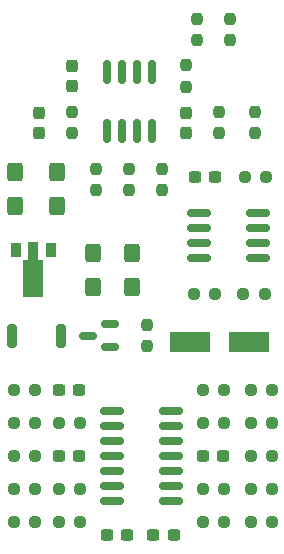
<source format=gbr>
%TF.GenerationSoftware,KiCad,Pcbnew,(6.0.9-0)*%
%TF.CreationDate,2024-11-07T13:56:04+01:00*%
%TF.ProjectId,lfo-board,6c666f2d-626f-4617-9264-2e6b69636164,rev?*%
%TF.SameCoordinates,Original*%
%TF.FileFunction,Paste,Top*%
%TF.FilePolarity,Positive*%
%FSLAX46Y46*%
G04 Gerber Fmt 4.6, Leading zero omitted, Abs format (unit mm)*
G04 Created by KiCad (PCBNEW (6.0.9-0)) date 2024-11-07 13:56:04*
%MOMM*%
%LPD*%
G01*
G04 APERTURE LIST*
G04 Aperture macros list*
%AMRoundRect*
0 Rectangle with rounded corners*
0 $1 Rounding radius*
0 $2 $3 $4 $5 $6 $7 $8 $9 X,Y pos of 4 corners*
0 Add a 4 corners polygon primitive as box body*
4,1,4,$2,$3,$4,$5,$6,$7,$8,$9,$2,$3,0*
0 Add four circle primitives for the rounded corners*
1,1,$1+$1,$2,$3*
1,1,$1+$1,$4,$5*
1,1,$1+$1,$6,$7*
1,1,$1+$1,$8,$9*
0 Add four rect primitives between the rounded corners*
20,1,$1+$1,$2,$3,$4,$5,0*
20,1,$1+$1,$4,$5,$6,$7,0*
20,1,$1+$1,$6,$7,$8,$9,0*
20,1,$1+$1,$8,$9,$2,$3,0*%
%AMFreePoly0*
4,1,9,3.862500,-0.866500,0.737500,-0.866500,0.737500,-0.450000,-0.737500,-0.450000,-0.737500,0.450000,0.737500,0.450000,0.737500,0.866500,3.862500,0.866500,3.862500,-0.866500,3.862500,-0.866500,$1*%
G04 Aperture macros list end*
%ADD10RoundRect,0.237500X-0.300000X-0.237500X0.300000X-0.237500X0.300000X0.237500X-0.300000X0.237500X0*%
%ADD11RoundRect,0.237500X0.250000X0.237500X-0.250000X0.237500X-0.250000X-0.237500X0.250000X-0.237500X0*%
%ADD12RoundRect,0.237500X0.237500X-0.250000X0.237500X0.250000X-0.237500X0.250000X-0.237500X-0.250000X0*%
%ADD13R,0.900000X1.300000*%
%ADD14FreePoly0,270.000000*%
%ADD15RoundRect,0.237500X0.300000X0.237500X-0.300000X0.237500X-0.300000X-0.237500X0.300000X-0.237500X0*%
%ADD16RoundRect,0.150000X0.587500X0.150000X-0.587500X0.150000X-0.587500X-0.150000X0.587500X-0.150000X0*%
%ADD17RoundRect,0.200000X-0.200000X-0.800000X0.200000X-0.800000X0.200000X0.800000X-0.200000X0.800000X0*%
%ADD18RoundRect,0.150000X-0.825000X-0.150000X0.825000X-0.150000X0.825000X0.150000X-0.825000X0.150000X0*%
%ADD19RoundRect,0.237500X-0.250000X-0.237500X0.250000X-0.237500X0.250000X0.237500X-0.250000X0.237500X0*%
%ADD20RoundRect,0.250000X0.425000X-0.537500X0.425000X0.537500X-0.425000X0.537500X-0.425000X-0.537500X0*%
%ADD21RoundRect,0.237500X0.237500X-0.300000X0.237500X0.300000X-0.237500X0.300000X-0.237500X-0.300000X0*%
%ADD22RoundRect,0.250000X-0.425000X0.537500X-0.425000X-0.537500X0.425000X-0.537500X0.425000X0.537500X0*%
%ADD23RoundRect,0.237500X-0.237500X0.250000X-0.237500X-0.250000X0.237500X-0.250000X0.237500X0.250000X0*%
%ADD24R,3.500000X1.800000*%
%ADD25RoundRect,0.150000X0.150000X-0.825000X0.150000X0.825000X-0.150000X0.825000X-0.150000X-0.825000X0*%
G04 APERTURE END LIST*
D10*
%TO.C,C7*%
X44397000Y-93599000D03*
X42672000Y-93599000D03*
%TD*%
D11*
%TO.C,R12*%
X34647500Y-84074000D03*
X36472500Y-84074000D03*
%TD*%
D12*
%TO.C,R34*%
X46355000Y-49887500D03*
X46355000Y-51712500D03*
%TD*%
D13*
%TO.C,U5*%
X31012000Y-69470000D03*
D14*
X32512000Y-69557500D03*
D13*
X34012000Y-69470000D03*
%TD*%
D11*
%TO.C,R26*%
X46839500Y-89662000D03*
X48664500Y-89662000D03*
%TD*%
%TO.C,R23*%
X50903500Y-81280000D03*
X52728500Y-81280000D03*
%TD*%
D15*
%TO.C,C14*%
X46192500Y-63246000D03*
X47917500Y-63246000D03*
%TD*%
D16*
%TO.C,Q1*%
X37162500Y-76708000D03*
X39037500Y-75758000D03*
X39037500Y-77658000D03*
%TD*%
D17*
%TO.C,SW1*%
X34866000Y-76708000D03*
X30666000Y-76708000D03*
%TD*%
D18*
%TO.C,U4*%
X51497000Y-66294000D03*
X51497000Y-67564000D03*
X51497000Y-68834000D03*
X51497000Y-70104000D03*
X46547000Y-70104000D03*
X46547000Y-68834000D03*
X46547000Y-67564000D03*
X46547000Y-66294000D03*
%TD*%
D11*
%TO.C,R25*%
X50903500Y-84074000D03*
X52728500Y-84074000D03*
%TD*%
D19*
%TO.C,R10*%
X32662500Y-89662000D03*
X30837500Y-89662000D03*
%TD*%
D15*
%TO.C,C3*%
X34697500Y-81280000D03*
X36422500Y-81280000D03*
%TD*%
D19*
%TO.C,R29*%
X52728500Y-86868000D03*
X50903500Y-86868000D03*
%TD*%
D20*
%TO.C,C13*%
X34544000Y-62824500D03*
X34544000Y-65699500D03*
%TD*%
D21*
%TO.C,C19*%
X35814000Y-53874500D03*
X35814000Y-55599500D03*
%TD*%
%TO.C,C17*%
X33020000Y-57811500D03*
X33020000Y-59536500D03*
%TD*%
D19*
%TO.C,R2*%
X36472500Y-92456000D03*
X34647500Y-92456000D03*
%TD*%
D12*
%TO.C,R32*%
X43434000Y-62587500D03*
X43434000Y-64412500D03*
%TD*%
D19*
%TO.C,R1*%
X32662500Y-84074000D03*
X30837500Y-84074000D03*
%TD*%
D15*
%TO.C,C11*%
X34697500Y-86868000D03*
X36422500Y-86868000D03*
%TD*%
D18*
%TO.C,U1*%
X44131000Y-83058000D03*
X44131000Y-84328000D03*
X44131000Y-85598000D03*
X44131000Y-86868000D03*
X44131000Y-88138000D03*
X44131000Y-89408000D03*
X44131000Y-90678000D03*
X39181000Y-90678000D03*
X39181000Y-89408000D03*
X39181000Y-88138000D03*
X39181000Y-86868000D03*
X39181000Y-85598000D03*
X39181000Y-84328000D03*
X39181000Y-83058000D03*
%TD*%
D12*
%TO.C,R31*%
X51308000Y-57761500D03*
X51308000Y-59586500D03*
%TD*%
D22*
%TO.C,C16*%
X40894000Y-72557500D03*
X40894000Y-69682500D03*
%TD*%
D12*
%TO.C,R33*%
X35814000Y-57761500D03*
X35814000Y-59586500D03*
%TD*%
D19*
%TO.C,R14*%
X52220500Y-63246000D03*
X50395500Y-63246000D03*
%TD*%
D11*
%TO.C,R20*%
X50903500Y-92456000D03*
X52728500Y-92456000D03*
%TD*%
D23*
%TO.C,R35*%
X49149000Y-51712500D03*
X49149000Y-49887500D03*
%TD*%
D11*
%TO.C,R3*%
X46839500Y-92456000D03*
X48664500Y-92456000D03*
%TD*%
%TO.C,R4*%
X46839500Y-81280000D03*
X48664500Y-81280000D03*
%TD*%
D23*
%TO.C,R5*%
X42164000Y-77620500D03*
X42164000Y-75795500D03*
%TD*%
D11*
%TO.C,R22*%
X50903500Y-89662000D03*
X52728500Y-89662000D03*
%TD*%
D19*
%TO.C,R8*%
X32662500Y-86868000D03*
X30837500Y-86868000D03*
%TD*%
%TO.C,R9*%
X32662500Y-92456000D03*
X30837500Y-92456000D03*
%TD*%
D23*
%TO.C,R30*%
X48260000Y-59586500D03*
X48260000Y-57761500D03*
%TD*%
D11*
%TO.C,R27*%
X46839500Y-84074000D03*
X48664500Y-84074000D03*
%TD*%
D15*
%TO.C,C8*%
X46889500Y-86868000D03*
X48614500Y-86868000D03*
%TD*%
D12*
%TO.C,R37*%
X40640000Y-62587500D03*
X40640000Y-64412500D03*
%TD*%
D24*
%TO.C,D1*%
X50760000Y-77216000D03*
X45760000Y-77216000D03*
%TD*%
D11*
%TO.C,R28*%
X50268500Y-73152000D03*
X52093500Y-73152000D03*
%TD*%
D15*
%TO.C,C4*%
X38761500Y-93599000D03*
X40486500Y-93599000D03*
%TD*%
D20*
%TO.C,C12*%
X30988000Y-62824500D03*
X30988000Y-65699500D03*
%TD*%
D23*
%TO.C,R38*%
X45466000Y-55649500D03*
X45466000Y-53824500D03*
%TD*%
D25*
%TO.C,U6*%
X38735000Y-54421000D03*
X40005000Y-54421000D03*
X41275000Y-54421000D03*
X42545000Y-54421000D03*
X42545000Y-59371000D03*
X41275000Y-59371000D03*
X40005000Y-59371000D03*
X38735000Y-59371000D03*
%TD*%
D11*
%TO.C,R15*%
X46077500Y-73152000D03*
X47902500Y-73152000D03*
%TD*%
D21*
%TO.C,C18*%
X45466000Y-57811500D03*
X45466000Y-59536500D03*
%TD*%
D19*
%TO.C,R13*%
X36472500Y-89662000D03*
X34647500Y-89662000D03*
%TD*%
%TO.C,R6*%
X32662500Y-81280000D03*
X30837500Y-81280000D03*
%TD*%
D22*
%TO.C,C15*%
X37592000Y-72557500D03*
X37592000Y-69682500D03*
%TD*%
D12*
%TO.C,R36*%
X37846000Y-62587500D03*
X37846000Y-64412500D03*
%TD*%
M02*

</source>
